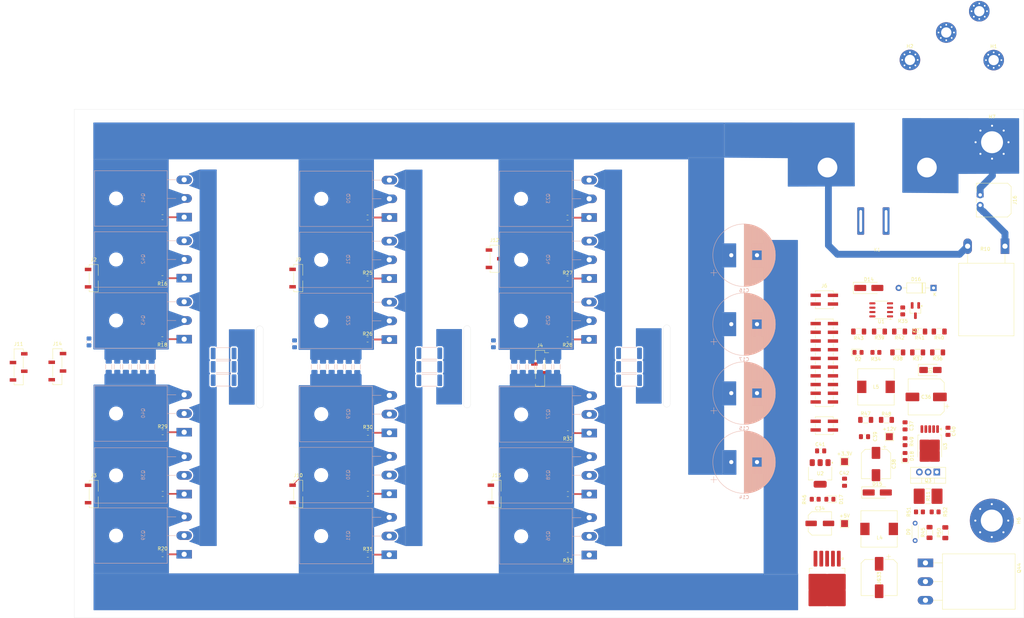
<source format=kicad_pcb>
(kicad_pcb (version 20241229) (generator "pcbnew") (generator_version "9.0")
  (layers (0 "F.Cu" signal) (4 "In1.Cu" signal) (6 "In2.Cu" signal) (2 "B.Cu" signal) (13 "F.Paste" user) (15 "B.Paste" user) (5 "F.SilkS" user "F.Silkscreen") (7 "B.SilkS" user "B.Silkscreen") (1 "F.Mask" user) (3 "B.Mask" user) (25 "Edge.Cuts" user))
  (net 0 "")
  (net 1 "GND")
  (net 2 "V+")
  (net 3 "/temp2")
  (net 4 "VCC")
  (net 5 "/C_B")
  (net 6 "/DS_C")
  (net 7 "Net-(Q23-G)")
  (net 8 "/C_C")
  (net 9 "/temp3")
  (net 10 "/temp1")
  (net 11 "/C_A")
  (net 12 "/DS_A")
  (net 13 "/PhaseC")
  (net 14 "/DS_B")
  (net 15 "Net-(Q20-G)")
  (net 16 "Net-(Q26-G)")
  (net 17 "Net-(Q29-G)")
  (net 18 "Net-(Q38-G)")
  (net 19 "Net-(Q41-G)")
  (net 20 "Net-(Q21-G)")
  (net 21 "Net-(Q22-G)")
  (net 22 "Net-(Q24-G)")
  (net 23 "Net-(Q25-G)")
  (net 24 "Net-(Q27-G)")
  (net 25 "Net-(Q28-G)")
  (net 26 "Net-(Q30-G)")
  (net 27 "Net-(Q31-G)")
  (net 28 "Net-(Q39-G)")
  (net 29 "Net-(Q40-G)")
  (net 30 "Net-(Q42-G)")
  (net 31 "Net-(Q43-G)")
  (net 32 "+12V")
  (net 33 "Net-(U3-P$4)")
  (net 34 "+3.3V")
  (net 35 "Net-(D1-K)")
  (net 36 "BATT-")
  (net 37 "Net-(D9-K)")
  (net 38 "Net-(D14-A)")
  (net 39 "Net-(D14-K)")
  (net 40 "Net-(D15-K)")
  (net 41 "Net-(D17-A)")
  (net 42 "Net-(D18-A)")
  (net 43 "/PWM_CL")
  (net 44 "/PWM_AH")
  (net 45 "/PWM_BH")
  (net 46 "/phaseA")
  (net 47 "/PWM_BL")
  (net 48 "/phaseB")
  (net 49 "/PWM_AL")
  (net 50 "/PWM_CH")
  (net 51 "Net-(J16-Pin_2)")
  (net 52 "BATT+")
  (net 53 "FINISH")
  (net 54 "/Powerstagee/C_A")
  (net 55 "/Powerstagee/DS_A")
  (net 56 "/Powerstagee/C_B")
  (net 57 "/Powerstagee/DS_B")
  (net 58 "/Powerstagee/C_C")
  (net 59 "/Powerstagee/DS_C")
  (net 60 "/Powerstagee/temp1")
  (net 61 "/Powerstagee/temp2")
  (net 62 "/Powerstagee/temp3")
  (net 63 "Net-(D2-A)")
  (net 64 "Net-(R36-Pad2)")
  (net 65 "Net-(R37-Pad2)")
  (net 66 "Net-(U1A--)")
  (net 67 "Net-(R40-Pad2)")
  (net 68 "Net-(R41-Pad2)")
  (net 69 "VOLT_MEAS")
  (net 70 "VOLT_MEAS_STM32")
  (net 71 "+5V")
  (net 72 "Gate_AH")
  (net 73 "Gate_AL")
  (net 74 "Gate_BH")
  (net 75 "Gate_BL")
  (net 76 "Gate_CH")
  (net 77 "Gate_CL")
  (net 78 "Net-(Q3-S)")
  (net 79 "Net-(Q3-G)")
  (footprint "Connector_PinSocket_2.54mm:PinSocket_1x03_P2.54mm_Vertical_SMD_Pin1Left" (layer "F.Cu") (at 192.702954 172.046068)
    (property "Reference" "J13")
    (property "Value" "GateCL")
  )
  (footprint "Resistor_SMD:R_2816_7142Metric_Pad3.20x4.45mm_HandSolder" (layer "F.Cu") (at 318.576001 172.72 180)
    (property "Reference" "R11")
    (property "Value" "2K" (hide yes))
  )
  (footprint "Resistor_SMD:R_0805_2012Metric_Pad1.20x1.40mm_HandSolder" (layer "F.Cu") (at 213.509133 172.085059)
    (property "Reference" "R24" (hide yes))
    (property "Value" "R")
  )
  (footprint "Resistor_SMD:R_1206_3216Metric_Pad1.30x1.75mm_HandSolder" (layer "F.Cu") (at 321.805 124.692619 180)
    (property "Reference" "R40")
    (property "Value" "470K")
  )
  (footprint "Resistor_SMD:R_0805_2012Metric_Pad1.20x1.40mm_HandSolder" (layer "F.Cu") (at 155.185436 172.019658 180)
    (property "Reference" "R22" (hide yes))
    (property "Value" "R")
  )
  (footprint "Diode_THT:D_A-405_P10.16mm_Horizontal" (layer "F.Cu") (at 320.155 111.975 180)
    (property "Reference" "D16")
    (property "Value" "24V" (hide yes))
  )
  (footprint "Resistor_SMD:R_1206_3216Metric_Pad1.30x1.75mm_HandSolder" (layer "F.Cu") (at 318.996 183.286998 90)
    (property "Reference" "R45")
    (property "Value" "33K" (hide yes))
  )
  (footprint "Connector_PinSocket_2.54mm:PinSocket_2x02_P2.54mm_Vertical_SMD" (layer "F.Cu") (at 288.305 115.4)
    (property "Reference" "J6")
    (property "Value" "V+_supply")
  )
  (footprint "Resistor_SMD:R_1206_3216Metric_Pad1.30x1.75mm_HandSolder" (layer "F.Cu") (at 321.349999 130.775 180)
    (property "Reference" "R36")
    (property "Value" "470K")
  )
  (footprint "Connector_PinSocket_2.54mm:PinSocket_1x03_P2.54mm_Vertical_SMD_Pin1Left" (layer "F.Cu") (at 192.15 103.46)
    (property "Reference" "J12")
    (property "Value" "GateCH")
  )
  (footprint "Package_TO_SOT_SMD:TO-252-5_TabPin6" (layer "F.Cu") (at 319.05 158.18 -90)
    (property "Reference" "U3")
    (property "Value" "XL7015" (hide yes))
  )
  (footprint "Capacitor_SMD:C_0805_2012Metric_Pad1.18x1.45mm_HandSolder" (layer "F.Cu") (at 300.025 155.35 180)
    (property "Reference" "C39")
    (property "Value" "1uF" (hide yes))
  )
  (footprint "TestPoint:TestPoint_Pad_2.0x2.0mm" (layer "F.Cu") (at 294.2 180.7)
    (property "Reference" "TP2" (hide yes))
    (property "Value" "+5V")
  )
  (footprint "Diode_SMD:D_SMA_Handsoldering" (layer "F.Cu") (at 301.275001 111.975)
    (property "Reference" "D14")
    (property "Value" "SS54" (hide yes))
  )
  (footprint "Capacitor_SMD:CP_Elec_10x10" (layer "F.Cu") (at 304.292 196.4295 -90)
    (property "Reference" "C33")
    (property "Value" "680uF" (hide yes))
  )
  (footprint "Capacitor_SMD:C_0805_2012Metric_Pad1.18x1.45mm_HandSolder" (layer "F.Cu") (at 311.85 152.2025 90)
    (property "Reference" "C37")
    (property "Value" "33nF" (hide yes))
  )
  (footprint "Resistor_SMD:R_0805_2012Metric_Pad1.20x1.40mm_HandSolder" (layer "F.Cu") (at 155.102954 127.012787)
    (property "Reference" "R26")
    (property "Value" "R")
  )
  (footprint "Connector_PinSocket_2.54mm:PinSocket_1x03_P2.54mm_Vertical_SMD_Pin1Left" (layer "F.Cu") (at 134.877954 172.046068)
    (property "Reference" "J10")
    (property "Value" "GateBL")
  )
  (footprint "Resistor_SMD:R_0805_2012Metric_Pad1.20x1.40mm_HandSolder" (layer "F.Cu") (at 95.331618 154.054965)
    (property "Reference" "R29")
    (property "Value" "R")
  )
  (footprint "MountingHole:MountingHole_3mm_Pad_Via" (layer "F.Cu") (at 323.865991 37.475)
    (property "Reference" "H3" (hide yes))
    (property "Value" "MountingHole")
  )
  (footprint "Resistor_SMD:R_0805_2012Metric_Pad1.20x1.40mm_HandSolder" (layer "F.Cu") (at 95.306646 189.660018)
    (property "Reference" "R20")
    (property "Value" "R")
  )
  (footprint "Resistor_THT:R_Axial_DIN0204_L3.6mm_D1.6mm_P5.08mm_Horizontal" (layer "F.Cu") (at 314.796 180.581998 -90)
    (property "Reference" "D9")
    (property "Value" "10V" (hide yes))
  )
  (footprint "Connector_Molex:Molex_Micro-Fit_3.0_43650-0200_1x02_P3.00mm_Horizontal" (layer "F.Cu") (at 333.756 84.85 -90)
    (property "Reference" "J16")
    (property "Value" "External Switch" (hide yes))
  )
  (footprint "Package_TO_SOT_THT:TO-247-3_Horizontal_TabDown" (layer "F.Cu") (at 317.802 192.162 -90)
    (property "Reference" "Q44")
    (property "Value" "HY5110W")
  )
  (footprint "Resistor_SMD:R_0805_2012Metric_Pad1.20x1.40mm_HandSolder" (layer "F.Cu") (at 303.349999 130.775 180)
    (property "Reference" "R34")
    (property "Value" "1k" (hide yes))
  )
  (footprint "Resistor_SMD:R_0805_2012Metric_Pad1.20x1.40mm_HandSolder" (layer "F.Cu") (at 155.157021 189.777695)
    (property "Reference" "R31")
    (property "Value" "R")
  )
  (footprint "Resistor_SMD:R_0805_2012Metric_Pad1.20x1.40mm_HandSolder" (layer "F.Cu") (at 311.175 118.675 -90)
    (property "Reference" "R35")
    (property "Value" "10K" (hide yes))
  )
  (footprint "Resistor_SMD:R_0805_2012Metric_Pad1.20x1.40mm_HandSolder" (layer "F.Cu") (at 311.85 156.825 -90)
    (property "Reference" "R49")
    (property "Value" "1k" (hide yes))
  )
  (footprint "Resistor_SMD:R_1206_3216Metric_Pad1.30x1.75mm_HandSolder" (layer "F.Cu") (at 310.254999 124.692619 180)
    (property "Reference" "R42")
    (property "Value" "33K")
  )
  (footprint "Resistor_SMD:R_0805_2012Metric_Pad1.20x1.40mm_HandSolder" (layer "F.Cu") (at 155.102954 91.430025 180)
    (property "Reference" "R21" (hide yes))
    (property "Value" "R")
  )
  (footprint "Resistor_SMD:R_1206_3216Metric_Pad1.30x1.75mm_HandSolder" (layer "F.Cu") (at 298.33 124.692619)
    (property "Reference" "R43")
    (property "Value" "10K")
  )
  (footprint "Package_TO_SOT_SMD:SOT-23_Handsoldering" (layer "F.Cu") (at 314.875 118.575 -90)
    (property "Reference" "Q2")
    (property "Value" "AO3404" (hide yes))
  )
  (footprint "Resistor_SMD:R_0805_2012Metric_Pad1.20x1.40mm_HandSolder" (layer "F.Cu") (at 213.430161 109.225941)
    (property "Reference" "R27")
    (property "Value" "R")
  )
  (footprint "MountingHole:MountingHole_6.4mm_M6_Pad_Via" (layer "F.Cu") (at 337.150113 179.832)
    (property "Reference" "H6")
    (property "Value" "MountingHole_Pad" (hide yes))
  )
  (footprint "Capacitor_SMD:C_0805_2012Metric_Pad1.18x1.45mm_HandSolder" (layer "F.Cu") (at 287.2375 159.5 180)
    (property "Reference" "C41")
    (property "Value" "10uF" (hide yes))
  )
  (footprint "Capacitor_SMD:CP_Elec_10x10" (layer "F.Cu") (at 318.008 143.764 180)
    (property "Reference" "C36")
    (property "Value" "33u" (hide yes))
  )
  (footprint "Connector_PinSocket_2.54mm:PinSocket_1x04_P2.54mm_Vertical_SMD_Pin1Right" (layer "F.Cu") (at 53.325 135)
    (property "Reference" "J11")
    (property "Value" "A_powerSignal")
  )
  (footprint "LED_SMD:LED_0805_2012Metric_Pad1.15x1.40mm_HandSolder" (layer "F.Cu") (at 311.85 161.14 90)
    (property "Reference" "D18")
    (property "Value" "12V LED" (hide yes))
  )
  (footprint "Resistor_SMD:R_0805_2012Metric_Pad1.20x1.40mm_HandSolder" (layer "F.Cu") (at 285.649999 173.6)
    (property "Reference" "R46")
    (property "Value" "1k" (hide yes))
  )
  (footprint "Resistor_SMD:R_0805_2012Metric_Pad1.20x1.40mm_HandSolder" (layer "F.Cu") (at 213.523284 154.327797 180)
    (property "Reference" "R32")
    (property "Value" "R")
  )
  (footprint "Connector_PinSocket_2.54mm:PinSocket_2x02_P2.54mm_Vertical_SMD" (layer "F.Cu") (at 288.305 152.13)
    (property "Reference" "J5" (hide yes))
    (property "Value" "Gnd_supply")
  )
  (footprint "Resistor_SMD:R_0805_2012Metric_Pad1.20x1.40mm_HandSolder" (layer "F.Cu") (at 95.351136 172.046068 180)
    (property "Reference" "R14" (hide yes))
    (property "Value" "R")
  )
  (footprint "Resistor_SMD:R_0805_2012Metric_Pad1.20x1.40mm_HandSolder" (layer "F.Cu") (at 95.234409 126.919972 180)
    (property "Reference" "R18")
    (property "Value" "R")
  )
  (footprint "Resistor_SMD:R_0805_2012Metric_Pad1.20x1.40mm_HandSolder" (layer "F.Cu") (at 320.624001 177.292)
    (property "Reference" "R52")
    (property "Value" "1K" (hide yes))
  )
  (footprint "Resistor_SMD:R_1206_3216Metric_Pad1.30x1.75mm_HandSolder" (layer "F.Cu") (at 300.375001 150.45 180)
    (property "Reference" "R47")
    (property "Value" "150K" (hide yes))
  )
  (footprint "Resistor_SMD:R_0805_2012Metric_Pad1.20x1.40mm_HandSolder" (layer "F.Cu") (at 155.185436 154.22603)
    (property "Reference" "R30")
    (property "Value" "R")
  )
  (footprint "MountingHole:MountingHole_6.4mm_M6_Pad_Via" (layer "F.Cu") (at 337.225 69.475)
    (property "Reference" "H7")
    (property "Value" "MountingHole_Pad")
  )
  (footprint "Resistor_SMD:R_1206_3216Metric_Pad1.30x1.75mm_HandSolder" (layer "F.Cu") (at 323.596 183.361999 90)
    (property "Reference" "R50")
    (property "Value" "220K")
  )
  (footprint "Resistor_SMD:R_0805_2012Metric_Pad1.20x1.40mm_HandSolder" (layer "F.Cu") (at 316.052001 177.292 180)
    (property "Reference" "R51")
    (property "Value" "1K" (hide yes))
  )
  (footprint "TestPoint:TestPoint_Pad_2.0x2.0mm" (layer "F.Cu") (at 294.2 162.625)
    (property "Reference" "TP3" (hide yes))
    (property "Value" "+3.3V")
  )
  (footprint "Resistor_SMD:R_1206_3216Metric_Pad1.30x1.75mm_HandSolder" (layer "F.Cu") (at 309.724998 130.775 180)
    (property "Reference" "R38")
    (property "Value" "33K")
  )
  (footprint "Package_SO:SO-8_3.9x4.9mm_P1.27mm" (layer "F.Cu") (at 304.9 118.370001 180)
    (property "Reference" "U1")
    (property "Value" "TL072" (hide yes))
  )
  (footprint "MountingHole:MountingHole_3mm_Pad_Via" (layer "F.Cu") (at 313.275 45.475)
    (property "Reference" "H2")
    (property "Value" "MountingHole")
  )
  (footprint "Capacitor_SMD:C_0805_2012Metric_Pad1.18x1.45mm_HandSolder" (layer "F.Cu") (at 294.2 168.6375 90)
    (property "Reference" "C42")
    (property "Value" "10uF" (hide yes))
  )
  (footprint "Connector_PinSocket_2.54mm:PinSocket_1x03_P2.54mm_Vertical_SMD_Pin1Left" (layer "F.Cu") (at 134.877954 109.096068)
    (property "Reference" "J9")
    (property "Value" "GateBH")
  )
  (footprint "Package_TO_SOT_THT:TO-220-3_Vertical" (layer "F.Cu") (at 321.116001 165.679 180)
    (property "Reference" "Q3")
    (property "Value" "IRF9540N" (hide yes))
  )
  (footprint "Resistor_SMD:R_0805_2012Metric_Pad1.20x1.40mm_HandSolder" (layer "F.Cu") (at 95.262109 109.112996 180)
    (property "Reference" "R16")
    (property "Value" "R")
  )
  (footprint "MountingHole:MountingHole_3mm_Pad_Via" (layer "F.Cu") (at 337.7 45.525)
    (property "Reference" "H1")
    (property "Value" "MountingHole")
  )
  (footprint "MountingHole:MountingHole_3mm_Pad_Via" (layer "F.Cu") (at 333.502031 31.27005)
    (property "Reference" "H4" (hide yes))
    (property "Value" "MountingHole")
  )
  (footprint "Capacitor_SMD:C_0805_2012Metric_Pad1.18x1.45mm_HandSolder" (layer "F.Cu") (at 324.375 153.79 -90)
    (property "Reference" "C40")
    (property "Value" "100nF" (hide yes))
  )
  (footprint "Package_TO_SOT_SMD:SOT-223-3_TabPin2" (layer "F.Cu") (at 287.0875 166.075 -90)
    (property "Reference" "U2")
    (property "Value" "AMS1117-3.3" (hide yes))
  )
  (footprint "Resistor_SMD:R_1206_3216Metric_Pad1.30x1.75mm_HandSolder" (layer "F.Cu") (at 304.38 124.692619 180)
    (property "Reference" "R39")
    (property "Value" "10K" (hide yes))
  )
  (footprint "Diode_SMD:D_SMA_Handsoldering" (layer "F.Cu") (at 303.7475 171.6325)
    (property "Reference" "D15")
    (property "Value" "1N5822" (hide yes))
  )
  (footprint "Package_TO_SOT_THT:TO-247-2_Horizontal_TabDown" (layer "F.Cu") (at 341 99.8 180)
    (property "Reference" "R10")
    (property "Value" "500")
  )
  (footprint "Resistor_SMD:R_0805_2012Metric_Pad1.20x1.40mm_HandSolder" (layer "F.Cu") (at 213.492504 189.855779 180)
    (property "Reference" "R33")
    (property "Value" "R")
  )
  (footprint "Connector_PinSocket_2.54mm:PinSocket_1x03_P2.54mm_Vertical_SMD_Pin1Left" (layer "F.Cu") (at 75.227954 172.073359)
    (property "Reference" "J3")
    (property "Value" "GateAL")
  )
  (footprint "Capacitor_SMD:CP_Elec_8x10" (layer "F.Cu") (at 303.375 163.325 -90)
    (property "Reference" "C38")
    (property "Value" "100uF")
  )
  (footprint "LED_SMD:LED_0805_2012Metric_Pad1.15x1.40mm_HandSolder" (layer "F.Cu") (at 289.925001 173.6 180)
    (property "Reference" "D17")
    (property "Value" "5V LED" (hide yes))
  )
  (footprint "Resistor_SMD:R_0805_2012Metric_Pad1.20x1.40mm_HandSolder" (layer "F.Cu") (at 213.412075 91.472353)
    (property "Reference" "R23" (hide yes))
    (property "Value" "R")
  )
  (footprint "Resistor_SMD:R_1206_3216Metric_Pad1.30x1.75mm_HandSolder" (layer "F.Cu") (at 306.425 150.45 180)
    (property "Reference" "R48")
    (property "Value" "150K" (hide yes))
  )
  (footprint "LED_SMD:LED_0805_2012Metric_Pad1.15x1.40mm_HandSolder" (layer "F.Cu") (at 298.149999 130.775)
    (property "Reference" "D2")
    (property "Value" "LED" (hide yes))
  )
  (footprint "Connector_PinSocket_2.54mm:PinSocket_1x03_P2.54mm_Vertical_SMD_Pin1Left" (layer "F.Cu") (at 75.227954 109.123359)
    (property "Reference" "J2")
    (property "Value" "GateAH")
  )
  (footprint "Resistor_SMD:R_0805_2012Metric_Pad1.20x1.40mm_HandSolder" (layer "F.Cu") (at 95.273734 91.328524 180)
    (property "Reference" "R13" (hide yes))
    (property "Value" "R")
  )
  (footprint "Resistor_SMD:R_0805_2012Metric_Pad1.20x1.40mm_HandSolder" (layer "F.Cu") (at 155.102954 109.225197)
    (property "Reference" "R25")
    (property "Value" "R")
  )
  (footprint "Inductor_SMD:L_10.4x10.4_H4.8" (layer "F.Cu") (at 303.375 140.825 180)
    (property "Reference" "L5")
    (property "Value" "100uH" (hide yes))
  )
  (footprint "Diode_SMD:D_SMA" (layer "F.Cu") (at 319.25 135.9)
    (property "Reference" "D1")
    (property "Value" "SS210" (hide yes))
  )
  (footprint "Package_TO_SOT_SMD:TO-263-5_TabPin3" (layer "F.Cu") (at 289.125 198.575 -90)
    (property "Reference" "U4")
    (property "Value" "LM2596S-5")
  )
  (footprint "Connector_PinSocket_2.54mm:PinSocket_1x04_P2.54mm_Vertical_SMD_Pin1Right" (layer "F.Cu") (at 205.4 135.425)
    (property "Reference" "J4")
    (property "Value" "A_powerSignal")
  )
  (footprint "Inductor_SMD:L_10.4x10.4_H4.8" (layer "F.Cu") (at 304.292 182.262 180)
    (property "Reference" "L4")
    (property "Value" "33u")
  )
  (footprint "Resistor_SMD:R_0805_2012Metric_Pad1.20x1.40mm_HandSolder" (layer "F.Cu") (at 213.413919 126.978333 180)
    (property "Reference" "R28")
    (property "Value" "R")
  )
  (footprint "TestPoint:TestPoint_Pad_2.0x2.0mm" (layer "F.Cu") (at 307.275 155.35)
    (property "Reference" "TP1" (hide yes))
    (property "Value" "+12V")
  )
  (footprint "Capacitor_SMD:C_Elec_6.3x5.4" (layer "F.Cu") (at 287 180.65)
    (property "Reference" "C34")
    (property "Value" "220u")
  )
  (footprint "Resistor_SMD:R_1206_3216Metric_Pad1.30x1.75mm_HandSolder" (layer "F.Cu") (at 316.13 124.692619 180)
    (property "Reference" "R41")
    (property "Value" "150K")
  )
  (footprint "Connector_PinSocket_2.54mm:PinSocket_2x10_P2.54mm_Vertical_SMD" (layer "F.Cu") (at 288.305 133.8)
    (property "Reference" "J1" (hide yes))
    (property "Value" "Data_Conn")
  )
  (footprint "Resistor_SMD:R_1206_3216Metric_Pad1.30x1.75mm_HandSolder" (layer "F.Cu") (at 315.524998 130.775 180)
    (property "Reference" "R37")
    (property "Value" "220K")
  )
  (footprint "RELAY180LH:Untitled" (layer "F.Cu") (at 303.724 88.856)
    (property "Reference" "K1")
    (property "Value" "Relay_SPST-NO")
  )
  (footprint "Connector_PinSocket_2.54mm:PinSocket_1x04_P2.54mm_Vertical_SMD_Pin1Right" (layer "F.Cu") (at 64.625 134.93)
    (property "Reference" "J14")
    (property "Value" "A_powerSignal")
  )
  (footprint "Capacitor_THT:CP_Radial_D18.0mm_P7.50mm" (layer "B.Cu") (at 261.170375 122.543111)
    (property "Reference" "C17")
    (property "Value" "820u_100v")
  )
  (footprint "Custom:TO-247 Horizontal Tabup" (layer "B.Cu") (at 208.282941 103.649882 -90)
    (property "Reference" "Q24")
    (property "Value" "HY5110W")
  )
  (footprint "Custom:TO-247 Horizontal Tabup" (layer "B.Cu") (at 90.143043 166.546068 -90)
    (property "Reference" "Q38")
    (property "Value" "HY5110W")
  )
  (footprint "Custom:TO-247 Horizontal Tabup" (layer "B.Cu") (at 208.220954 121.426406 -90)
    (property "Reference" "Q25")
    (property "Value" "HY5110W")
  )
  (footprint "Custom:TO-247 Horizontal Tabup" (layer "B.Cu") (at 149.99065 148.661014 -90)
    (property "Reference" "Q29")
    (property "Value" "HY5110W")
  )
  (footprint "Resistor_SMD:R_2512_6332Metric_Pad1.40x3.35mm_HandSolder" (layer "B.Cu") (at 231.352954 134.973359)
    (property "Reference" "R8" (hide yes))
    (property "Value" "R0005")
  )
  (footprint "Capacitor_THT:CP_Radial_D18.0mm_P7.50mm" (layer "B.Cu") (at 261.170374 142.653444)
    (property "Reference" "C15")
    (property "Value" "820u_100v")
  )
  (footprint "Capacitor_SMD:C_1206_3216Metric_Pad1.33x1.80mm_HandSolder" (layer "B.Cu") (at 87.102954 134.95336 -90)
    (property "Reference" "C12" (hide yes))
    (property "Value" "4.7uF")
  )
  (footprint "Capacitor_SMD:C_1206_3216Metric_Pad1.33x1.80mm_HandSolder" (layer "B.Cu") (at 207.852954 134.97745 -90)
    (property "Reference" "C18" (hide yes))
    (property "Value" "4.7uF")
  )
  (footprint "Capacitor_SMD:C_1206_3216Metric_Pad1.33x1.80mm_HandSolder" (layer "B.Cu") (at 200.352954 134.979867 -90)
    (property "Reference" "C6" (hide yes))
    (property "Value" "4.7uF")
  )
  (footprint "Custom:TO-247 Horizontal Tabup" (layer "B.Cu") (at 149.96295 103.670072 -90)
    (property "Reference" "Q21")
    (property "Value" "HY5110W")
  )
  (footprint "Capacitor_SMD:C_1206_3216Metric_Pad1.33x1.80mm_HandSolder" (layer "B.Cu") (at 210.352954 134.977451 -90)
    (property "Reference" "C19" (hide yes))
    (property "Value" "4.7uF")
  )
  (footprint "Resistor_SMD:R_0805_2012Metric_Pad1.20x1.40mm_HandSolder" (layer "B.Cu") (at 191.802954 128.273359 90)
    (property "Reference" "R19" (hide yes))
    (property "Value" "NTC 10K")
  )
  (footprint "Capacitor_SMD:C_1206_3216Metric_Pad1.33x1.80mm_HandSolder" (layer "B.Cu") (at 89.602954 134.973359 -90)
    (property "Reference" "C4" (hide yes))
    (property "Value" "4.7uF")
  )
  (footprint "Capacitor_SMD:C_1206_3216Metric_Pad1.33x1.80mm_HandSolder" (layer "B.Cu") (at 152.102954 135.01499 -90)
    (property "Reference" "C3" (hide yes))
    (property "Value" "4.7uF")
  )
  (footprint "Capacitor_SMD:C_1206_3216Metric_Pad1.33x1.80mm_HandSolder" (layer "B.Cu") (at 205.352954 134.97745 -90)
    (property "Reference" "C13" (hide yes))
    (property "Value" "4.7uF")
  )
  (footprint "Capacitor_SMD:C_1206_3216Metric_Pad1.33x1.80mm_HandSolder" (layer "B.Cu") (at 142.102954 134.973359 -90)
    (property "Reference" "C21" (hide yes))
    (property "Value" "4.7uF")
  )
  (footprint "Capacitor_SMD:C_1206_3216Metric_Pad1.33x1.80mm_HandSolder" (layer "B.Cu") (at 139.602954 134.973359 -90)
    (property "Reference" "C20" (hide yes))
    (property "Value" "4.7uF")
  )
  (footprint "Custom:TO-247 Horizontal Tabup" (layer "B.Cu") (at 208.287315 148.757103 -90)
    (property "Reference" "Q27")
    (property "Value" "HY5110W")
  )
  (footprint "Capacitor_SMD:C_1206_3216Metric_Pad1.33x1.80mm_HandSolder" (layer "B.Cu") (at 92.102954 134.973359 -90)
    (property "Reference" "C8" (hide yes))
    (property "Value" "4.7uF")
  )
  (footprint "Resistor_SMD:R_2512_6332Metric_Pad1.40x3.35mm_HandSolder" (layer "B.Cu") (at 231.35012 131.053677)
    (property "Reference" "R9" (hide yes))
    (property "Value" "R0005")
  )
  (footprint "Resistor_SMD:R_2512_6332Metric_Pad1.40x3.35mm_HandSolder" (layer "B.Cu") (at 173.105344 138.916682)
    (property "Reference" "R4" (hide yes))
    (property "Value" "R0005")
  )
  (footprint "Resistor_SMD:R_2512_6332Metric_Pad1.40x3.35mm_HandSolder" (layer "B.Cu") (at 173.102954 134.973359)
    (property "Reference" "R5" (hide yes))
    (property "Value" "R0005")
  )
  (footprint "Capacitor_THT:CP_Radial_D18.0mm_P7.50mm" (layer "B.Cu") (at 261.170375 102.432777)
    (property "Reference" "C16")
    (property "Value" "820u_100v")
  )
  (footprint "Capacitor_SMD:C_1206_3216Metric_Pad1.33x1.80mm_HandSolder" (layer "B.Cu") (at 144.602954 134.973359 -90)
    (property "Reference" "C22" (hide yes))
    (property "Value" "4.7uF")
  )
  (footprint "Resistor_SMD:R_2512_6332Metric_Pad1.40x3.35mm_HandSolder" (layer "B.Cu") (at 113.101053 138.877532)
    (property "Reference" "R1" (hide yes))
    (property "Value" "R0005")
  )
  (footprint "Resistor_SMD:R_0805_2012Metric_Pad1.20x1.40mm_HandSolder" (layer "B.Cu") (at 73.852954 127.723359 90)
    (property "Reference" "R15" (hide yes))
    (property "Value" "NTC 10K")
  )
  (footprint "Custom:TO-247 Horizontal Tabup" (layer "B.Cu") (at 149.955637 184.231042 -90)
    (property "Reference" "Q31")
    (property "Value" "HY5110W")
  )
  (footprint "Capacitor_SMD:C_1206_3216Metric_Pad1.33x1.80mm_HandSolder" (layer "B.Cu") (at 147.102954 134.973359 -90)
    (property "Reference" "C1" (hide yes))
    (property "Value" "4.7uF")
  )
  (footprint "Capacitor_SMD:C_1206_3216Metric_Pad1.33x1.80mm_HandSolder" (layer "B.Cu") (at 82.102954 134.95336 -90)
    (property "Reference" "C10" (hide yes))
    (property "Value" "4.7uF")
  )
  (footprint "Capacitor_SMD:C_1206_3216Metric_Pad1.33x1.80mm_HandSolder" (layer "B.Cu") (at 202.852954 134.979867 -90)
    (property "Reference" "C7" (hide yes))
    (property "Value" "4.7uF")
  )
  (footprint "Custom:TO-247 Horizontal Tabup" (layer "B.Cu") (at 90.142953 103.569916 -90)
    (property "Reference" "Q42")
    (property "Value" "HY5110W")
  )
  (footprint "Resistor_SMD:R_2512_6332Metric_Pad1.40x3.35mm_HandSolder" (layer "B.Cu") (at 113.102954 134.973359)
    (property "Reference" "R2" (hide yes))
    (property "Value" "R0005")
  )
  (footprint "Resistor_SMD:R_0805_2012Metric_Pad1.20x1.40mm_HandSolder" (layer "B.Cu") (at 133.802954 128.273359 90)
    (property "Reference" "R17" (hide yes))
    (property "Value" "NTC 10K")
  )
  (footprint "Custom:TO-247 Horizontal Tabup" (layer "B.Cu") (at 149.982953 121.471783 -90)
    (property "Reference" "Q22")
    (property "Value" "HY5110W")
  )
  (footprint "Capacitor_SMD:C_1206_3216Metric_Pad1.33x1.80mm_HandSolder" (layer "B.Cu") (at 149.602954 135.014991 -90)
    (property "Reference" "C2" (hide yes))
    (property "Value" "4.7uF")
  )
  (footprint "Custom:TO-247 Horizontal Tabup" (layer "B.Cu") (at 90.142956 85.77314 -90)
    (property "Reference" "Q41")
    (property "Value" "HY5110W")
  )
  (footprint "Resistor_SMD:R_2512_6332Metric_Pad1.40x3.35mm_HandSolder" (layer "B.Cu") (at 113.102956 131.083359)
    (property "Reference" "R3" (hide yes))
    (property "Value" "R0005")
  )
  (footprint "Custom:TO-247 Horizontal Tabup" (layer "B.Cu") (at 208.287315 166.53364 -90)
    (property "Reference" "Q28")
    (property "Value" "HY5110W")
  )
  (footprint "Custom:TO-247 Horizontal Tabup" (layer "B.Cu") (at 208.250701 85.873359 -90)
    (property "Reference" "Q23")
    (property "Value" "HY5110W")
  )
  (footprint "Capacitor_SMD:C_1206_3216Metric_Pad1.33x1.80mm_HandSolder" (layer "B.Cu") (at 197.852954 134.973359 -90)
    (property "Reference" "C5" (hide yes))
    (property "Value" "4.7uF")
  )
  (footprint "Custom:TO-247 Horizontal Tabup" (layer "B.Cu") (at 150.002953 85.868359 -90)
    (property "Reference" "Q20")
    (property "Value" "HY5110W")
  )
  (footprint "Resistor_SMD:R_2512_6332Metric_Pad1.40x3.35mm_HandSolder" (layer "B.Cu") (at 231.363061 138.895488)
    (property "Reference" "R7" (hide yes))
    (property "Value" "R0005")
  )
  (footprint "Custom:TO-247 Horizontal Tabup" (layer "B.Cu") (at 90.143042 148.494402 -90)
    (property "Reference" "Q40")
    (property "Value" "HY5110W")
  )
  (footprint "Custom:TO-247 Horizontal Tabup" (layer "B.Cu") (at 90.143042 184.094402 -90)
    (property "Reference" "Q39")
    (property "Value" "HY5110W")
  )
  (footprint "Capacitor_SMD:C_1206_3216Metric_Pad1.33x1.80mm_HandSolder" (layer "B.Cu") (at 84.602954 134.953361 -90)
    (property "Reference" "C11" (hide yes))
    (property "Value" "4.7uF")
  )
  (footprint "Capacitor_THT:CP_Radial_D18.0mm_P7.50mm" (layer "B.Cu") (at 261.170374 162.76378)
    (property "Reference" "C14")
    (property "Value" "820u_100v")
  )
  (footprint "Custom:TO-247 Horizontal Tabup" (layer "B.Cu") (at 149.955637 166.446028 -90)
    (property "Reference" "Q30")
    (property "Value" "HY5110W")
  )
  (footprint "Resistor_SMD:R_2512_6332Metric_Pad1.40x3.35mm_HandSolder" (layer "B.Cu") (at 173.107507 131.033185)
    (property "Reference" "R6" (hide yes))
    (property "Value" "R0005")
  )
  (footprint "Capacitor_SMD:C_1206_3216Metric_Pad1.33x1.80mm_HandSolder" (layer "B.Cu") (at 79.602954 134.95336 -90)
    (property "Reference" "C9" (hide yes))
    (property "Value" "4.7uF")
  )
  (footprint "Custom:TO-247 Horizontal Tabup" (layer "B.Cu") (at 90.142953 121.366693 -90)
    (property "Reference" "Q43")
    (property "Value" "HY5110W")
  )
  (footprint "Custom:TO-247 Horizontal Tabup" (layer "B.Cu") (at 208.286791 184.310177 -90)
    (property "Reference" "Q26")
    (property "Value" "HY5110W")
  )
  (gr_arc (start 124.651053 146.025025) (mid 123.651054 147.025025) (end 122.651054 146.025026) (stroke (width 0.05)) (layer "Edge.Cuts"))
  (gr_line (start 122.651054 124.025025) (end 122.651054 146.025026) (stroke (width 0.05)) (layer "Edge.Cuts"))
  (gr_arc (start 185.12512 145.956235) (mid 184.125101 146.95622) (end 183.125121 145.956236) (stroke (width 0.05)) (layer "Edge.Cuts"))
  (gr_line (start 185.12512 145.956235) (end 185.12512 123.956235) (stroke (width 0.05)) (layer "Edge.Cuts"))
  (gr_line (start 183.125121 123.956235) (end 183.125121 145.956236) (stroke (width 0.05)) (layer "Edge.Cuts"))
  (gr_arc (start 241.352955 123.723359) (mid 242.352955 122.723359) (end 243.352955 123.723359) (stroke (width 0.05)) (layer "Edge.Cuts"))
  (gr_arc (start 122.651054 124.025025) (mid 123.651054 123.025025) (end 124.651054 124.025025) (stroke (width 0.05)) (layer "Edge.Cuts"))
  (gr_line (start 241.352955 123.723359) (end 241.352955 145.72336) (stroke (width 0.05)) (layer "Edge.Cuts"))
  (gr_arc (start 183.125121 123.956235) (mid 184.125121 122.956235) (end 185.125121 123.956235) (stroke (width 0.05)) (layer "Edge.Cuts"))
  (gr_rect (start 69.522954 59.918359) (end 346.522954 208.168359) (stroke (width 0.05)) (fill no) (layer "Edge.Cuts"))
  (gr_arc (start 243.352954 145.723359) (mid 242.352955 146.723359) (end 241.352955 145.72336) (stroke (width 0.05)) (layer "Edge.Cuts"))
  (gr_line (start 124.651053 146.025025) (end 124.651053 124.025025) (stroke (width 0.05)) (layer "Edge.Cuts"))
  (gr_line (start 243.352954 145.723359) (end 243.352954 123.723359) (stroke (width 0.05)) (layer "Edge.Cuts"))
  (segment (start 205.413104 141.460364) (end 205.168791 141.704677) (width 2) (layer "B.Cu") (net 1))
  (segment (start 292.125 102.15) (end 289.5 99.525) (width 2) (layer "B.Cu") (net 2))
  (segment (start 330.1 99.8) (end 327.75 102.15) (width 2) (layer "B.Cu") (net 2))
  (segment (start 289.5 99.525) (end 289.5 75.175) (width 2) (layer "B.Cu") (net 2))
  (segment (start 327.75 102.15) (end 292.125 102.15) (width 2) (layer "B.Cu") (net 2))
  (segment (start 214.412075 91.472353) (end 214.413081 91.473359) (width 0.5) (layer "F.Cu") (net 7))
  (segment (start 214.413081 91.473359) (end 219.665701 91.473359) (width 0.5) (layer "F.Cu") (net 7))
  (segment (start 219.665701 91.473359) (end 219.710701 91.428359) (width 0.5) (layer "F.Cu") (net 7))
  (segment (start 156.102954 91.430025) (end 161.456287 91.430025) (width 0.5) (layer "F.Cu") (net 15))
  (segment (start 161.456287 91.430025) (end 161.462953 91.423359) (width 0.5) (layer "F.Cu") (net 15))
  (segment (start 161.450047 154.215411) (end 161.45065 154.216014) (width 0.5) (layer "F.Cu") (net 17))
  (segment (start 156.196055 154.215411) (end 161.450047 154.215411) (width 0.5) (layer "F.Cu") (net 17))
  (segment (start 156.185436 154.22603) (end 156.196055 154.215411) (width 0.5) (layer "F.Cu") (net 17))
  (segment (start 96.351136 172.046068) (end 101.548043 172.046068) (width 0.5) (layer "F.Cu") (net 18))
  (segment (start 101.548043 172.046068) (end 101.603043 172.101068) (width 0.5) (layer "F.Cu") (net 18))
  (segment (start 96.29153 91.34632) (end 101.584776 91.34632) (width 0.5) (layer "F.Cu") (net 19))
  (segment (start 96.273734 91.328524) (end 96.29153 91.34632) (width 0.5) (layer "F.Cu") (net 19))
  (segment (start 101.584776 91.34632) (end 101.602956 91.32814) (width 0.5) (layer "F.Cu") (net 19))
  (segment (start 156.351241 109.225072) (end 161.42295 109.225072) (width 0.5) (layer "F.Cu") (net 20))
  (segment (start 156.102954 109.225197) (end 156.351116 109.225197) (width 0.5) (layer "F.Cu") (net 20))
  (segment (start 156.351116 109.225197) (end 156.351241 109.225072) (width 0.5) (layer "F.Cu") (net 20))
  (segment (start 161.428957 127.012787) (end 161.442953 127.026783) (width 0.5) (layer "F.Cu") (net 21))
  (segment (start 156.102954 127.012787) (end 161.428957 127.012787) (width 0.5) (layer "F.Cu") (net 21))
  (segment (start 214.431528 109.224574) (end 219.723249 109.224574) (width 0.5) (layer "F.Cu") (net 22))
  (segment (start 219.723249 109.224574) (end 219.742941 109.204882) (width 0.5) (layer "F.Cu") (net 22))
  (segment (start 214.430161 109.225941) (end 214.431528 109.224574) (width 0.5) (layer "F.Cu") (net 22))
  (segment (start 219.677881 126.978333) (end 219.680954 126.981406) (width 0.5) (layer "F.Cu") (net 23))
  (segment (start 214.413919 126.978333) (end 219.677881 126.978333) (width 0.5) (layer "F.Cu") (net 23))
  (segment (start 215.561365 154.312103) (end 219.747315 154.312103) (width 0.5) (layer "F.Cu") (net 24))
  (segment (start 215.545671 154.327797) (end 215.561365 154.312103) (width 0.5) (layer "F.Cu") (net 24))
  (segment (start 214.523284 154.327797) (end 215.545671 154.327797) (width 0.5) (layer "F.Cu") (net 24))
  (segment (start 214.784828 172.08864) (end 219.747315 172.08864) (width 0.5) (layer "F.Cu") (net 25))
  (segment (start 214.549173 172.085059) (end 214.668791 172.204677) (width 0.5) (layer "F.Cu") (net 25))
  (segment (start 214.509133 172.085059) (end 214.549173 172.085059) (width 0.5) (layer "F.Cu") (net 25))
  (segment (start 214.668791 172.204677) (end 214.784828 172.08864) (width 0.5) (layer "F.Cu") (net 25))
  (segment (start 156.185436 172.019658) (end 156.191906 172.013188) (width 0.5) (layer "F.Cu") (net 26))
  (segment (start 156.191906 172.013188) (end 161.403477 172.013188) (width 0.5) (layer "F.Cu") (net 26))
  (segment (start 161.403477 172.013188) (end 161.415637 172.001028) (width 0.5) (layer "F.Cu") (net 26))
  (segment (start 156.163341 189.771375) (end 161.40097 189.771375) (width 0.5) (layer "F.Cu") (net 27))
  (segment (start 161.40097 189.771375) (end 161.415637 189.786042) (width 0.5) (layer "F.Cu") (net 27))
  (segment (start 156.157021 189.777695) (end 156.163341 189.771375) (width 0.5) (layer "F.Cu") (net 27))
  (segment (start 96.306749 189.659915) (end 101.592529 189.659915) (width 0.5) (layer "F.Cu") (net 28))
  (segment (start 96.306646 189.660018) (end 96.306749 189.659915) (width 0.5) (layer "F.Cu") (net 28))
  (segment (start 101.592529 189.659915) (end 101.603042 189.649402) (width 0.5) (layer "F.Cu") (net 28))
  (segment (start 96.340515 154.046068) (end 101.599708 154.046068) (width 0.5) (layer "F.Cu") (net 29))
  (segment (start 96.331618 154.054965) (end 96.340515 154.046068) (width 0.5) (layer "F.Cu") (net 29))
  (segment (start 101.599708 154.046068) (end 101.603042 154.049402) (width 0.5) (layer "F.Cu") (net 29))
  (segment (start 96.262109 109.112996) (end 96.282632 109.133519) (width 0.5) (layer "F.Cu") (net 30))
  (segment (start 101.59435 109.133519) (end 101.602953 109.124916) (width 0.5) (layer "F.Cu") (net 30))
  (segment (start 96.282632 109.133519) (end 101.59435 109.133519) (width 0.5) (layer "F.Cu") (net 30))
  (segment (start 96.234409 126.919972) (end 96.238743 126.915638) (width 0.5) (layer "F.Cu") (net 31))
  (segment (start 96.238743 126.915638) (end 101.596898 126.915638) (width 0.5) (layer "F.Cu") (net 31))
  (segment (start 101.596898 126.915638) (end 101.602953 126.921693) (width 0.5) (layer "F.Cu") (net 31))
  (segment (start 341 95.975) (end 341 99.8) (width 2) (layer "B.Cu") (net 51))
  (segment (start 333.756 88.849) (end 334.637 89.73) (width 2) (layer "B.Cu") (net 51))
  (segment (start 333.756 87.85) (end 333.756 88.849) (width 2) (layer "B.Cu") (net 51))
  (segment (start 334.637 89.73) (end 334.755 89.73) (width 2) (layer "B.Cu") (net 51))
  (segment (start 334.755 89.73) (end 341 95.975) (width 2) (layer "B.Cu") (net 51))
  (segment (start 333.756 82.804) (end 333.756 84.85) (width 2) (layer "B.Cu") (net 52))
  (segment (start 337.312 79.248) (end 333.756 82.804) (width 2) (layer "B.Cu") (net 52))
  (segment (start 337.225 69.475) (end 337.312 69.562) (width 2) (layer "B.Cu") (net 52))
  (segment (start 337.312 69.562) (end 337.312 79.248) (width 2) (layer "B.Cu") (net 52))
  (segment (start 133.227954 169.506068) (end 148.507992 154.22603) (width 0.2) (layer "F.Cu") (net 75))
  (segment (start 148.507992 154.22603) (end 154.185436 154.22603) (width 0.2) (layer "F.Cu") (net 75))
  (zone (net 1) (net_name "GND") (layer "B.Cu") (priority 1) (connect_pads yes (clearance 0.4)) (min_thickness 0.25) (fill yes (thermal_gap 0.5) (thermal_bridge_width 0.5))
    (polygon (pts (xy 161.448928 177.627434) (xy 156.75452 175.953127) (xy 156.761026 181.832182) (xy 161.443536 180.113827) (xy 161.448928 180.108435)))
  )
  (zone (net 12) (net_name "/DS_A") (layer "B.Cu") (priority 1) (connect_pads yes (clearance 0.4)) (min_thickness 0.25) (fill yes (thermal_gap 0.5) (thermal_bridge_width 0.5))
    (polygon (pts (xy 101.599212 149.84055) (xy 106.293619 151.514857) (xy 106.287113 145.635802) (xy 101.604603 147.354157) (xy 101.599211 147.359549)))
  )
  (zone (net 52) (net_name "BATT+") (layer "B.Cu") (priority 5) (connect_pads yes (clearance 0.4)) (min_thickness 0.25) (fill yes (thermal_gap 0.5) (thermal_bridge_width 0.5))
    (polygon (pts (xy 311.038221 62.440249) (xy 345.115943 62.464094) (xy 345.137699 78.650747) (xy 327.435267 78.71866) (xy 327.435267 84.352421) (xy 311.038221 84.218359)))
  )
  (zone (net 12) (net_name "/DS_A") (layer "B.Cu") (priority 1) (connect_pads yes (clearance 0.4)) (min_thickness 0.25) (fill yes (thermal_gap 0.5) (thermal_bridge_width 0.5))
    (polygon (pts (xy 101.612338 81.661372) (xy 106.306745 83.335679) (xy 106.102953 77.421693) (xy 101.617729 79.174979) (xy 101.612337 79.180371)))
  )
  (zone (net 2) (net_name "V+") (layer "B.Cu") (priority 5) (connect_pads yes (clearance 0.4)) (min_thickness 0.25) (fill yes (thermal_gap 0.5) (thermal_bridge_width 0.5))
    (polygon (pts (xy 259.102954 63.723359) (xy 297.175 63.75) (xy 297.2 82.35) (xy 277.65 82.425) (xy 277.65 74.125) (xy 259.102954 73.973359)))
  )
  (zone (net 2) (net_name "V+") (layer "B.Cu") (priority 1) (connect_pads yes (clearance 0.4)) (min_thickness 0.25) (fill yes (thermal_gap 0.5) (thermal_bridge_width 0.5))
    (polygon (pts (xy 161.424997 84.733117) (xy 156.730589 83.05881) (xy 156.737095 88.937865) (xy 161.419605 87.21951) (xy 161.424997 87.214118)))
  )
  (zone (net 2) (net_name "V+") (layer "B.Cu") (priority 1) (connect_pads yes (clearance 0.4)) (min_thickness 0.25) (fill yes (thermal_gap 0.5) (thermal_bridge_width 0.5))
    (polygon (pts (xy 219.738517 102.534399) (xy 215.044109 100.860092) (xy 215.050615 106.739147) (xy 219.733125 105.020792) (xy 219.738517 105.0154)))
  )
  (zone (net 2) (net_name "V+") (layer "B.Cu") (connect_pads yes (clearance 0.4)) (min_thickness 0.25) (fill yes (thermal_gap 0.5) (thermal_bridge_width 0.5))
    (polygon (pts (xy 215.274347 74.033419) (xy 193.274347 74.033419) (xy 193.274347 130.033419) (xy 215.274347 130.033419)))
  )
  (zone (net 1) (net_name "GND") (layer "B.Cu") (priority 8) (connect_pads yes (clearance 0.4)) (min_thickness 0.25) (fill yes (thermal_gap 0.5) (thermal_bridge_width 0.5))
    (polygon (pts (xy 267.22903 146.271103) (xy 271.22903 146.271103) (xy 271.22903 139.271103) (xy 267.22903 139.271103)))
  )
  (zone (net 2) (net_name "V+") (layer "B.Cu") (connect_pads yes (clearance 0.4)) (min_thickness 0.25) (fill yes (thermal_gap 0.5) (thermal_bridge_width 0.5))
    (polygon (pts (xy 156.963316 74.033419) (xy 134.963316 74.033419) (xy 134.963316 130.033419) (xy 156.963316 130.033419)))
  )
  (zone (net 12) (net_name "/DS_A") (layer "B.Cu") (priority 1) (connect_pads yes (clearance 0.4)) (min_thickness 0.25) (fill yes (thermal_gap 0.5) (thermal_bridge_width 0.5))
    (polygon (pts (xy 101.607281 117.256908) (xy 106.301688 118.931215) (xy 106.295182 113.05216) (xy 101.612672 114.770515) (xy 101.60728 114.775907)))
  )
  (zone (net 6) (net_name "/DS_C") (layer "B.Cu") (priority 1) (connect_pads yes (clearance 0.4)) (min_thickness 0.25) (fill yes (thermal_gap 0.5) (thermal_bridge_width 0.5))
    (polygon (pts (xy 219.746809 185.551386) (xy 224.441216 187.225693) (xy 224.43471 181.346638) (xy 219.7522 183.064993) (xy 219.746808 183.070385)))
  )
  (zone (net 2) (net_name "V+") (layer "B.Cu") (priority 1) (connect_pads yes (clearance 0.4)) (min_thickness 0.25) (fill yes (thermal_gap 0.5) (thermal_bridge_width 0.5))
    (polygon (pts (xy 161.233455 120.336925) (xy 156.539047 118.662618) (xy 156.545553 124.541673) (xy 161.228063 122.823318) (xy 161.233455 122.817926)))
  )
  (zone (net 2) (net_name "V+") (layer "B.Cu") (priority 8) (connect_pads yes (clearance 0.4)) (min_thickness 0.25) (fill yes (thermal_gap 0.5) (thermal_bridge_width 0.5))
    (polygon (pts (xy 258.671652 166.474117) (xy 262.671652 166.474117) (xy 262.671652 159.26378) (xy 258.671652 159.26378)))
  )
  (zone (net 12) (net_name "/DS_A") (layer "B.Cu") (priority 1) (connect_pads yes (clearance 0.4)) (min_thickness 0.25) (fill yes (thermal_gap 0.5) (thermal_bridge_width 0.5))
    (polygon (pts (xy 101.643294 99.491365) (xy 106.337701 101.165672) (xy 106.331195 95.286617) (xy 101.648685 97.004972) (xy 101.643293 97.010364)))
  )
  (zone (net 2) (net_name "V+") (layer "B.Cu") (priority 1) (connect_pads yes (clearance 0.4)) (min_thickness 0.25) (fill yes (thermal_gap 0.5) (thermal_bridge_width 0.5))
    (polygon (pts (xy 219.736028 84.733117) (xy 215.04162 83.05881) (xy 215.048126 88.937865) (xy 219.730636 87.21951) (xy 219.736028 87.214118)))
  )
  (zone (net 2) (net_name "V+") (layer "B.Cu") (priority 3) (connect_pads yes (clearance 0.4)) (min_thickness 0.25) (fill yes (thermal_gap 0.5) (thermal_bridge_width 0.5))
    (polygon (pts (xy 196.602954 129.723359) (xy 196.602954 132.723359) (xy 196.852954 132.973359) (xy 211.352955 132.973358) (xy 211.602954 132.723359) (xy 211.602954 129.723359)))
  )
  (zone (net 1) (net_name "GND") (layer "B.Cu") (priority 3) (connect_pads yes (clearance 0.4)) (min_thickness 0.25) (fill yes (thermal_gap 0.5) (thermal_bridge_width 0.5))
    (polygon (pts (xy 93.352954 140.223359) (xy 93.352954 137.223359) (xy 93.102954 136.973359) (xy 78.602953 136.97336) (xy 78.352954 137.223359) (xy 78.352954 140.223359)))
  )
  (zone (net 2) (net_name "V+") (layer "B.Cu") (priority 7) (connect_pads yes (clearance 0.4)) (min_thickness 0.25) (fill yes (thermal_gap 0.5) (thermal_bridge_width 0.5))
    (polygon (pts (xy 259.102954 73.973359) (xy 259.102954 166.473359) (xy 248.602954 166.473359) (xy 248.602954 73.973359)))
  )
  (zone (net 1) (net_name "GND") (layer "B.Cu") (priority 6) (connect_pads yes (clearance 0.4)) (min_thickness 0.25) (fill yes (thermal_gap 0.5) (thermal_bridge_width 0.5))
    (polygon (pts (xy 75.164663 205.973359) (xy 75.164663 195.223359) (xy 280.664663 195.223359) (xy 280.664663 205.973359)))
  )
  (zone (net 1) (net_name "GND") (layer "B.Cu") (priority 1) (connect_pads yes (clearance 0.4)) (min_thickness 0.25) (fill yes (thermal_gap 0.5) (thermal_bridge_width 0.5))
    (polygon (pts (xy 219.745596 159.973961) (xy 215.051188 158.299654) (xy 215.057694 164.178709) (xy 219.740204 162.460354) (xy 219.745596 162.454962)))
  )
  (zone (net 1) (net_name "GND") (layer "B.Cu") (connect_pads yes (clearance 0.4)) (min_thickness 0.25) (fill yes (thermal_gap 0.5) (thermal_bridge_width 0.5))
    (polygon (pts (xy 157.017883 140.332718) (xy 135.017883 140.332718) (xy 135.017883 195.832718) (xy 157.017883 195.832718)))
  )
  (zone (net 1) (net_name "GND") (layer "B.Cu") (connect_pads yes (clearance 0.4)) (min_thickness 0.25) (fill yes (thermal_gap 0.5) (thermal_bridge_width 0.5))
    (polygon (pts (xy 97.164663 140.167374) (xy 75.164663 140.167374) (xy 75.164663 195.667374) (xy 97.164663 195.667374)))
  )
  (zone (net 8) (net_name "/C_C") (layer "B.Cu") (priority 4) (connect_pads yes (clearance 0.4)) (min_thickness 0.25) (fill yes (thermal_gap 0.5) (thermal_bridge_width 0.5))
    (polygon (pts (xy 233.352954 145.723359) (xy 233.352954 123.723359) (xy 241.352954 123.723359) (xy 241.352954 145.723359)))
  )
  (zone (net 2) (net_name "V+") (layer "B.Cu") (priority 3) (connect_pads yes (clearance 0.4)) (min_thickness 0.25) (fill yes (thermal_gap 0.5) (thermal_bridge_width 0.5))
    (polygon (pts (xy 138.352954 129.723359) (xy 138.352954 132.723359) (xy 138.602954 132.973359) (xy 153.102955 132.973358) (xy 153.352954 132.723359) (xy 153.352954 129.723359)))
  )
  (zone (net 6) (net_name "/DS_C") (layer "B.Cu") (priority 1) (connect_pads yes (clearance 0.4)) (min_thickness 0.25) (fill yes (thermal_gap 0.5) (thermal_bridge_width 0.5))
    (polygon (pts (xy 219.675743 117.376822) (xy 224.37015 119.051129) (xy 224.363644 113.172074) (xy 219.681134 114.890429) (xy 219.675742 114.895821)))
  )
  (zone (net 1) (net_name "GND") (layer "B.Cu") (priority 1) (connect_pads yes (clearance 0.4)) (min_thickness 0.25) (fill yes (thermal_gap 0.5) (thermal_bridge_width 0.5))
    (polygon (pts (xy 219.699018 142.178183) (xy 215.35287 140.418767) (xy 215.011116 146.382931) (xy 219.693626 144.664576) (xy 219.699018 144.659184)))
  )
  (zone (net 1) (net_name "GND") (layer "B.Cu") (priority 1) (connect_pads yes (clearance 0.4)) (min_thickness 0.25) (fill yes (thermal_gap 0.5) (thermal_bridge_width 0.5))
    (polygon (pts (xy 101.602954 159.973359) (xy 96.908546 158.299052) (xy 96.915052 164.178107) (xy 101.597562 162.459752) (xy 101.602954 162.45436)))
  )
  (zone (net 2) (net_name "V+") (layer "B.Cu") (priority 1) (connect_pads yes (clearance 0.4)) (min_thickness 0.25) (fill yes (thermal_gap 0.5) (thermal_bridge_width 0.5))
    (polygon (pts (xy 219.544486 120.336925) (xy 214.850078 118.662618) (xy 214.856584 124.541673) (xy 219.539094 122.823318) (xy 219.544486 122.817926)))
  )
  (zone (net 5) (net_name "/C_B") (layer "B.Cu") (priority 4) (connect_pads yes (clearance 0.4)) (min_thickness 0.25) (fill yes (thermal_gap 0.5) (thermal_bridge_width 0.5))
    (polygon (pts (xy 175.125121 145.956235) (xy 175.125121 123.956235) (xy 183.125121 123.956235) (xy 183.125121 145.956235)))
  )
  (zone (net 14) (net_name "/DS_B") (layer "B.Cu") (priority 1) (connect_pads yes (clearance 0.4)) (min_thickness 0.25) (fill yes (thermal_gap 0.5) (thermal_bridge_width 0.5))
    (polygon (pts (xy 161.450876 117.387235) (xy 166.145283 119.061542) (xy 166.138777 113.182487) (xy 161.456267 114.900842) (xy 161.450875 114.906234)))
  )
  (zone (net 14) (net_name "/DS_B") (layer "B.Cu") (priority 1) (connect_pads yes (clearance 0.4)) (min_thickness 0.25) (fill yes (thermal_gap 0.5) (thermal_bridge_width 0.5))
    (polygon (pts (xy 161.443011 81.775597) (xy 166.137418 83.449904) (xy 166.102954 77.473359) (xy 161.448402 79.289204) (xy 161.44301 79.294596)))
  )
  (zone (net 1) (net_name "GND") (layer "B.Cu") (connect_pads yes (clearance 0.4)) (min_thickness 0.25) (fill yes (thermal_gap 0.5) (thermal_bridge_width 0.5))
    (polygon (pts (xy 215.35287 140.418767) (xy 193.35287 140.418767) (xy 193.35287 195.918767) (xy 215.35287 195.918767)))
  )
  (zone (net 2) (net_name "V+") (layer "B.Cu") (priority 8) (connect_pads yes (clearance 0.4)) (min_thickness 0.25) (fill yes (thermal_gap 0.5) (thermal_bridge_width 0.5))
    (polygon (pts (xy 258.602954 146.223196) (xy 262.602954 146.223196) (xy 262.602954 139.223196) (xy 258.602954 139.223196)))
  )
  (zone (net 1) (net_name "GND") (layer "B.Cu") (priority 8) (connect_pads yes (clearance 0.4)) (min_thickness 0.25) (fill yes (thermal_gap 0.5) (thermal_bridge_width 0.5))
    (polygon (pts (xy 267.23656 166.259525) (xy 271.23656 166.259525) (xy 271.23656 159.259525) (xy 267.23656 159.259525)))
  )
  (zone (net 1) (net_name "GND") (layer "B.Cu") (priority 8) (connect_pads yes (clearance 0.4)) (min_thickness 0.25) (fill yes (thermal_gap 0.5) (thermal_bridge_width 0.5))
    (polygon (pts (xy 267.102954 105.973359) (xy 271.102954 105.973359) (xy 271.102954 98.973359) (xy 267.102954 98.973359)))
  )
  (zone (net 1) (net_name "GND") (layer "B.Cu") (priority 1) (connect_pads yes (clearance 0.4)) (min_thickness 0.25) (fill yes (thermal_gap 0.5) (thermal_bridge_width 0.5))
    (polygon (pts (xy 161.410609 159.887912) (xy 156.716201 158.213605) (xy 156.722707 164.09266) (xy 161.405217 162.374305) (xy 161.410609 162.368913)))
  )
  (zone (net 1) (net_name "GND") (layer "B.Cu") (priority 1) (connect_pads yes (clearance 0.4)) (min_thickness 0.25) (fill yes (thermal_gap 0.5) (thermal_bridge_width 0.5))
    (polygon (pts (xy 101.611958 177.511494) (xy 96.91755 175.837187) (xy 96.924056 181.716242) (xy 101.606566 179.997887) (xy 101.611958 179.992495)))
  )
  (zone (net 2) (net_name "V+") (layer "B.Cu") (priority 8) (connect_pads yes (clearance 0.4)) (min_thickness 0.25) (fill yes (thermal_gap 0.5) (thermal_bridge_width 0.5))
    (polygon (pts (xy 258.602954 126.043111) (xy 262.602954 126.043111) (xy 262.602954 119.043111) (xy 258.602954 119.043111)))
  )
  (zone (net 11) (net_name "/C_A") (layer "B.Cu") (priority 4) (connect_pads yes (clearance 0.4)) (min_thickness 0.25) (fill yes (thermal_gap 0.5) (thermal_bridge_width 0.5))
    (polygon (pts (xy 114.651054 146.025025) (xy 114.651054 124.025025) (xy 122.651054 124.025025) (xy 122.651054 146.025025)))
  )
  (zone (net 1) (net_name "GND") (layer "B.Cu") (priority 9) (connect_pads yes (clearance 0.4)) (min_thickness 0.25) (fill yes (thermal_gap 0.5) (thermal_bridge_width 0.5))
    (polygon (pts (xy 270.602954 195.473359) (xy 270.602954 97.973359) (xy 280.602954 97.973359) (xy 280.602954 195.473359)))
  )
  (zone (net 6) (net_name "/DS_C") (layer "B.Cu") (priority 2) (connect_pads yes (clearance 0.4)) (min_thickness 0.25) (fill yes (thermal_gap 0.5) (thermal_bridge_width 0.5))
    (polygon (pts (xy 224.327821 77.462946) (xy 224.327821 187.291379) (xy 229.327821 187.291379) (xy 229.327821 77.462946)))
  )
  (zone (net 1) (net_name "GND") (layer "B.Cu") (priority 8) (connect_pads yes (clearance 0.4)) (min_thickness 0.25) (fill yes (thermal_gap 0.5) (thermal_bridge_width 0.5))
    (polygon (pts (xy 267.102954 126.043111) (xy 271.102954 126.043111) (xy 271.102954 119.043111) (xy 267.102954 119.043111)))
  )
  (zone (net 12) (net_name "/DS_A") (layer "B.Cu") (priority 1) (connect_pads yes (clearance 0.4)) (min_thickness 0.25) (fill yes (thermal_gap 0.5) (thermal_bridge_width 0.5))
    (polygon (pts (xy 101.623823 167.898526) (xy 106.31823 169.572833) (xy 106.311724 163.693778) (xy 101.629214 165.412133) (xy 101.623822 165.417525)))
  )
  (zone (net 1) (net_name "GND") (layer "B.Cu") (priority 3) (connect_pads yes (clearance 0.4)) (min_thickness 0.25) (fill yes (thermal_gap 0.5) (thermal_bridge_width 0.5))
    (polygon (pts (xy 211.568615 140.493195) (xy 211.568615 137.243195) (xy 211.318615 136.993195) (xy 196.818614 136.993196) (xy 196.568615 137.243195) (xy 196.568615 140.493195)))
  )
  (zone (net 2) (net_name "V+") (layer "B.Cu") (priority 1) (connect_pads yes (clearance 0.4)) (min_thickness 0.25) (fill yes (thermal_gap 0.5) (thermal_bridge_width 0.5))
    (polygon (pts (xy 101.591273 102.428185) (xy 96.896865 100.753878) (xy 96.903371 106.632933) (xy 101.585881 104.914578) (xy 101.591273 104.909186)))
  )
  (zone (net 1) (net_name "GND") (layer "B.Cu") (priority 3) (connect_pads yes (clearance 0.4)) (min_thickness 0.25) (fill yes (thermal_gap 0.5) (thermal_bridge_width 0.5))
    (polygon (pts (xy 153.356784 140.541211) (xy 153.356784 137.291211) (xy 153.106784 137.041211) (xy 138.606783 137.041212) (xy 138.356784 137.291211) (xy 138.356784 140.541211)))
  )
  (zone (net 14) (net_name "/DS_B") (layer "B.Cu") (priority 1) (connect_pads yes (clearance 0.4)) (min_thickness 0.25) (fill yes (thermal_gap 0.5) (thermal_bridge_width 0.5))
    (polygon (pts (xy 161.463962 185.572533) (xy 166.158369 187.24684) (xy 166.151863 181.367785) (xy 161.469353 183.08614) (xy 161.463961 183.091532)))
  )
  (zone (net 2) (net_name "V+") (layer "B.Cu") (connect_pads yes (clearance 0.4)) (min_thickness 0.25) (fill yes (thermal_gap 0.5) (thermal_bridge_width 0.5))
    (polygon (pts (xy 97.102953 74.171693) (xy 75.102953 74.171693) (xy 75.102953 129.921693) (xy 97.102953 129.921693)))
  )
  (zone (net 2) (net_name "V+") (layer "B.Cu") (priority 3) (connect_pads yes (clearance 0.4)) (min_thickness 0.25) (fill yes (thermal_gap 0.5) (thermal_bridge_width 0.5))
    (polygon (pts (xy 78.352954 129.723359) (xy 78.352954 132.723359) (xy 78.602954 132.973359) (xy 93.102955 132.973358) (xy 93.352954 132.723359) (xy 93.352954 129.723359)))
  )
  (zone (net 2) (net_name "V+") (layer "B.Cu") (priority 6) (connect_pads yes (clearance 0.4)) (min_thickness 0.25) (fill yes (thermal_gap 0.5) (thermal_bridge_width 0.5))
    (polygon (pts (xy 75.102954 74.473359) (xy 75.102954 63.723359) (xy 259.102954 63.723359) (xy 259.102954 74.473359)))
  )
  (zone (net 1) (net_name "GND") (layer "B.Cu") (priority 1) (connect_pads yes (clearance 0.4)) (min_thickness 0.25) (fill yes (thermal_gap 0.5) (thermal_bridge_width 0.5))
    (polygon (pts (xy 101.613607 141.879087) (xy 97.164663 140.167374) (xy 96.925705 146.083835) (xy 101.608215 144.36548) (xy 101.613607 144.360088)))
  )
  (zone (net 1) (net_name "GND") (layer "B.Cu") (priority 1) (connect_pads yes (clearance 0.4)) (min_thickness 0.25) (fill yes (thermal_gap 0.5) (thermal_bridge_width 0.5))
    (polygon (pts (xy 219.783915 177.713483) (xy 215.089507 176.039176) (xy 215.096013 181.918231) (xy 219.778523 180.199876) (xy 219.783915 180.194484)))
  )
  (zone (net 1) (net_name "GND") (layer "B.Cu") (priority 1) (connect_pads yes (clearance 0.4)) (min_thickness 0.25) (fill yes (thermal_gap 0.5) (thermal_bridge_width 0.5))
    (polygon (pts (xy 161.364031 142.092134) (xy 157.017883 140.332718) (xy 156.676129 146.296882) (xy 161.358639 144.578527) (xy 161.364031 144.573135)))
  )
  (zone (net 14) (net_name "/DS_B") (layer "B.Cu") (priority 2) (connect_pads yes (clearance 0.4)) (min_thickness 0.25) (fill yes (thermal_gap 0.5) (thermal_bridge_width 0.5))
    (polygon (pts (xy 166.102954 77.473359) (xy 166.102954 187.255136) (xy 171.102954 187.255136) (xy 171.102954 77.473359)))
  )
  (zone (net 6) (net_name "/DS_C") (layer "B.Cu") (priority 1) (connect_pads yes (clearance 0.4)) (min_thickness 0.25) (fill yes (thermal_gap 0.5) (thermal_bridge_width 0.5))
    (polygon (pts (xy 219.667878 99.550239) (xy 224.362285 101.224546) (xy 224.355779 95.345491) (xy 219.673269 97.063846) (xy 219.667877 97.069238)))
  )
  (zone (net 14) (net_name "/DS_B") (layer "B.Cu") (priority 1) (connect_pads yes (clearance 0.4)) (min_thickness 0.25) (fill yes (thermal_gap 0.5) (thermal_bridge_width 0.5))
    (polygon (pts (xy 161.443011 99.560652) (xy 166.137418 101.234959) (xy 166.130912 95.355904) (xy 161.448402 97.074259) (xy 161.44301 97.079651)))
  )
  (zone (net 14) (net_name "/DS_B") (layer "B.Cu") (priority 1) (connect_pads yes (clearance 0.4)) (min_thickness 0.25) (fill yes (thermal_gap 0.5) (thermal_bridge_width 0.5))
    (polygon (pts (xy 161.471154 150.0059) (xy 166.165561 151.680207) (xy 166.159055 145.801152) (xy 161.476545 147.519507) (xy 161.471153 147.524899)))
  )
  (zone (net 12) (net_name "/DS_A") (layer "B.Cu") (priority 1) (connect_pads yes (clearance 0.4)) (min_thickness 0.25) (fill yes (thermal_gap 0.5) (thermal_bridge_width 0.5))
    (polygon (pts (xy 101.611011 185.424152) (xy 106.305418 187.098459) (xy 106.298912 181.219404) (xy 101.616402 182.937759) (xy 101.61101 182.943151)))
  )
  (zone (net 2) (net_name "V+") (layer "B.Cu") (connect_pads yes (clearance 0.4)) (min_thickness 0.25) (fill yes (thermal_gap 0.5) (thermal_bridge_width 0.5))
    (polygon (pts (xy 101.602953 120.223424) (xy 96.908545 118.549117) (xy 96.915051 124.428172) (xy 101.597561 122.709817) (xy 101.602953 122.704425)))
  )
  (zone (net 2) (net_name "V+") (layer "B.Cu") (priority 1) (connect_pads yes (clearance 0.4)) (min_thickness 0.25) (fill yes (thermal_gap 0.5) (thermal_bridge_width 0.5))
    (polygon (pts (xy 101.589963 84.647811) (xy 96.895555 82.973504) (xy 96.902061 88.852559) (xy 101.584571 87.134204) (xy 101.589963 87.128812)))
  )
  (zone (net 2) (net_name "V+") (layer "B.Cu") (priority 8) (connect_pads yes (clearance 0.4)) (min_thickness 0.25) (fill yes (thermal_gap 0.5) (thermal_bridge_width 0.5))
    (polygon (pts (xy 258.602954 105.973359) (xy 262.602954 105.973359) (xy 262.602954 98.973359) (xy 258.602954 98.973359)))
  )
  (zone (net 12) (net_name "/DS_A") (layer "B.Cu") (priority 2) (connect_pads yes (clearance 0.4)) (min_thickness 0.25) (fill yes (thermal_gap 0.5) (thermal_bridge_width 0.5))
    (polygon (pts (xy 106.102953 77.421693) (xy 106.102953 187.25017) (xy 111.102953 187.25017) (xy 111.102953 77.421693)))
  )
  (zone (net 6) (net_name "/DS_C") (layer "B.Cu") (priority 1) (connect_pads yes (clearance 0.4)) (min_thickness 0.25) (fill yes (thermal_gap 0.5) (thermal_bridge_width 0.5))
    (polygon (pts (xy 219.738218 150.099097) (xy 224.432625 151.773404) (xy 224.426119 145.894349) (xy 219.743609 147.612704) (xy 219.738217 147.618096)))
  )
  (zone (net 2) (net_name "V+") (layer "B.Cu") (priority 1) (connect_pads yes (clearance 0.4)) (min_thickness 0.25) (fill yes (thermal_gap 0.5) (thermal_bridge_width 0.5))
    (polygon (pts (xy 161.427486 102.534399) (xy 156.733078 100.860092) (xy 156.739584 106.739147) (xy 161.422094 105.020792) (xy 161.427486 105.0154)))
  )
  (zone (net 14) (net_name "/DS_B") (layer "B.Cu") (priority 1) (connect_pads yes (clearance 0.4)) (min_thickness 0.25) (fill yes (thermal_gap 0.5) (thermal_bridge_width 0.5))
    (polygon (pts (xy 161.430353 167.806975) (xy 166.12476 169.481282) (xy 166.118254 163.602227) (xy 161.435744 165.320582) (xy 161.430352 165.325974)))
  )
  (zone (net 6) (net_name "/DS_C") (layer "B.Cu") (priority 1) (connect_pads yes (clearance 0.4)) (min_thickness 0.25) (fill yes (thermal_gap 0.5) (thermal_bridge_width 0.5))
    (polygon (pts (xy 219.718069 167.875952) (xy 224.412476 169.550259) (xy 224.40597 163.671204) (xy 219.72346 165.389559) (xy 219.718068 165.394951)))
  )
  (zone (net 6) (net_name "/DS_C") (layer "B.Cu") (priority 1) (connect_pads yes (clearance 0.4)) (min_thickness 0.25) (fill yes (thermal_gap 0.5) (thermal_bridge_width 0.5))
    (polygon (pts (xy 219.667878 81.765184) (xy 224.362285 83.439491) (xy 224.327821 77.462946) (xy 219.673269 79.278791) (xy 219.667877 79.284183)))
  )
)
</source>
